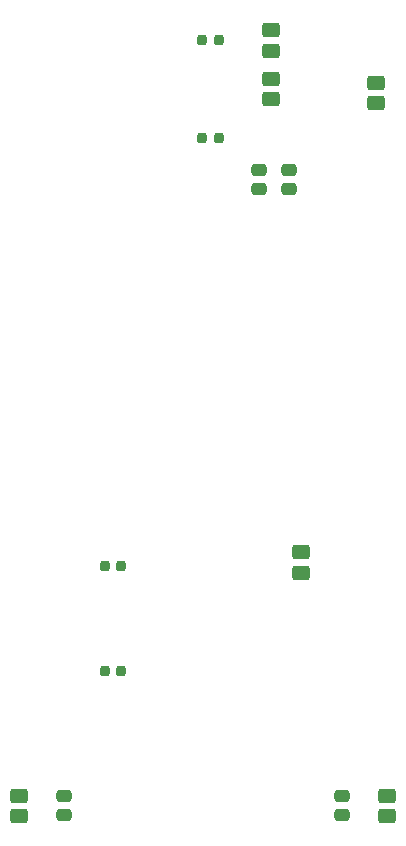
<source format=gbp>
%FSTAX43Y43*%
%MOMM*%
G71*
G01*
G75*
G04 Layer_Color=9634006*
G04:AMPARAMS|DCode=10|XSize=2.5mm|YSize=2mm|CornerRadius=0.5mm|HoleSize=0mm|Usage=FLASHONLY|Rotation=90.000|XOffset=0mm|YOffset=0mm|HoleType=Round|Shape=RoundedRectangle|*
%AMROUNDEDRECTD10*
21,1,2.500,1.000,0,0,90.0*
21,1,1.500,2.000,0,0,90.0*
1,1,1.000,0.500,0.750*
1,1,1.000,0.500,-0.750*
1,1,1.000,-0.500,-0.750*
1,1,1.000,-0.500,0.750*
%
%ADD10ROUNDEDRECTD10*%
%ADD11O,0.500X2.250*%
G04:AMPARAMS|DCode=12|XSize=1.3mm|YSize=1mm|CornerRadius=0.25mm|HoleSize=0mm|Usage=FLASHONLY|Rotation=0.000|XOffset=0mm|YOffset=0mm|HoleType=Round|Shape=RoundedRectangle|*
%AMROUNDEDRECTD12*
21,1,1.300,0.500,0,0,0.0*
21,1,0.800,1.000,0,0,0.0*
1,1,0.500,0.400,-0.250*
1,1,0.500,-0.400,-0.250*
1,1,0.500,-0.400,0.250*
1,1,0.500,0.400,0.250*
%
%ADD12ROUNDEDRECTD12*%
G04:AMPARAMS|DCode=13|XSize=1mm|YSize=2.8mm|CornerRadius=0.25mm|HoleSize=0mm|Usage=FLASHONLY|Rotation=270.000|XOffset=0mm|YOffset=0mm|HoleType=Round|Shape=RoundedRectangle|*
%AMROUNDEDRECTD13*
21,1,1.000,2.300,0,0,270.0*
21,1,0.500,2.800,0,0,270.0*
1,1,0.500,-1.150,-0.250*
1,1,0.500,-1.150,0.250*
1,1,0.500,1.150,0.250*
1,1,0.500,1.150,-0.250*
%
%ADD13ROUNDEDRECTD13*%
G04:AMPARAMS|DCode=14|XSize=0.9mm|YSize=2.7mm|CornerRadius=0.225mm|HoleSize=0mm|Usage=FLASHONLY|Rotation=270.000|XOffset=0mm|YOffset=0mm|HoleType=Round|Shape=RoundedRectangle|*
%AMROUNDEDRECTD14*
21,1,0.900,2.250,0,0,270.0*
21,1,0.450,2.700,0,0,270.0*
1,1,0.450,-1.125,-0.225*
1,1,0.450,-1.125,0.225*
1,1,0.450,1.125,0.225*
1,1,0.450,1.125,-0.225*
%
%ADD14ROUNDEDRECTD14*%
G04:AMPARAMS|DCode=15|XSize=1.5mm|YSize=1.25mm|CornerRadius=0.313mm|HoleSize=0mm|Usage=FLASHONLY|Rotation=180.000|XOffset=0mm|YOffset=0mm|HoleType=Round|Shape=RoundedRectangle|*
%AMROUNDEDRECTD15*
21,1,1.500,0.625,0,0,180.0*
21,1,0.875,1.250,0,0,180.0*
1,1,0.625,-0.438,0.313*
1,1,0.625,0.438,0.313*
1,1,0.625,0.438,-0.313*
1,1,0.625,-0.438,-0.313*
%
%ADD15ROUNDEDRECTD15*%
G04:AMPARAMS|DCode=16|XSize=1.9mm|YSize=0.5mm|CornerRadius=0.125mm|HoleSize=0mm|Usage=FLASHONLY|Rotation=0.000|XOffset=0mm|YOffset=0mm|HoleType=Round|Shape=RoundedRectangle|*
%AMROUNDEDRECTD16*
21,1,1.900,0.250,0,0,0.0*
21,1,1.650,0.500,0,0,0.0*
1,1,0.250,0.825,-0.125*
1,1,0.250,-0.825,-0.125*
1,1,0.250,-0.825,0.125*
1,1,0.250,0.825,0.125*
%
%ADD16ROUNDEDRECTD16*%
G04:AMPARAMS|DCode=17|XSize=1.9mm|YSize=0.5mm|CornerRadius=0.125mm|HoleSize=0mm|Usage=FLASHONLY|Rotation=90.000|XOffset=0mm|YOffset=0mm|HoleType=Round|Shape=RoundedRectangle|*
%AMROUNDEDRECTD17*
21,1,1.900,0.250,0,0,90.0*
21,1,1.650,0.500,0,0,90.0*
1,1,0.250,0.125,0.825*
1,1,0.250,0.125,-0.825*
1,1,0.250,-0.125,-0.825*
1,1,0.250,-0.125,0.825*
%
%ADD17ROUNDEDRECTD17*%
G04:AMPARAMS|DCode=18|XSize=1.3mm|YSize=1mm|CornerRadius=0.25mm|HoleSize=0mm|Usage=FLASHONLY|Rotation=90.000|XOffset=0mm|YOffset=0mm|HoleType=Round|Shape=RoundedRectangle|*
%AMROUNDEDRECTD18*
21,1,1.300,0.500,0,0,90.0*
21,1,0.800,1.000,0,0,90.0*
1,1,0.500,0.250,0.400*
1,1,0.500,0.250,-0.400*
1,1,0.500,-0.250,-0.400*
1,1,0.500,-0.250,0.400*
%
%ADD18ROUNDEDRECTD18*%
G04:AMPARAMS|DCode=19|XSize=2.65mm|YSize=1.75mm|CornerRadius=0.438mm|HoleSize=0mm|Usage=FLASHONLY|Rotation=270.000|XOffset=0mm|YOffset=0mm|HoleType=Round|Shape=RoundedRectangle|*
%AMROUNDEDRECTD19*
21,1,2.650,0.875,0,0,270.0*
21,1,1.775,1.750,0,0,270.0*
1,1,0.875,-0.438,-0.887*
1,1,0.875,-0.438,0.887*
1,1,0.875,0.438,0.887*
1,1,0.875,0.438,-0.887*
%
%ADD19ROUNDEDRECTD19*%
G04:AMPARAMS|DCode=20|XSize=1.5mm|YSize=1.3mm|CornerRadius=0.325mm|HoleSize=0mm|Usage=FLASHONLY|Rotation=0.000|XOffset=0mm|YOffset=0mm|HoleType=Round|Shape=RoundedRectangle|*
%AMROUNDEDRECTD20*
21,1,1.500,0.650,0,0,0.0*
21,1,0.850,1.300,0,0,0.0*
1,1,0.650,0.425,-0.325*
1,1,0.650,-0.425,-0.325*
1,1,0.650,-0.425,0.325*
1,1,0.650,0.425,0.325*
%
%ADD20ROUNDEDRECTD20*%
G04:AMPARAMS|DCode=21|XSize=1.5mm|YSize=1.3mm|CornerRadius=0.325mm|HoleSize=0mm|Usage=FLASHONLY|Rotation=270.000|XOffset=0mm|YOffset=0mm|HoleType=Round|Shape=RoundedRectangle|*
%AMROUNDEDRECTD21*
21,1,1.500,0.650,0,0,270.0*
21,1,0.850,1.300,0,0,270.0*
1,1,0.650,-0.325,-0.425*
1,1,0.650,-0.325,0.425*
1,1,0.650,0.325,0.425*
1,1,0.650,0.325,-0.425*
%
%ADD21ROUNDEDRECTD21*%
%ADD22C,1.000*%
%ADD23C,0.500*%
%ADD24C,0.300*%
%ADD25C,1.300*%
%ADD26C,1.600*%
%ADD27C,1.000*%
%ADD28C,1.100*%
%ADD29C,0.700*%
G04:AMPARAMS|DCode=30|XSize=0.9mm|YSize=0.8mm|CornerRadius=0.2mm|HoleSize=0mm|Usage=FLASHONLY|Rotation=270.000|XOffset=0mm|YOffset=0mm|HoleType=Round|Shape=RoundedRectangle|*
%AMROUNDEDRECTD30*
21,1,0.900,0.400,0,0,270.0*
21,1,0.500,0.800,0,0,270.0*
1,1,0.400,-0.200,-0.250*
1,1,0.400,-0.200,0.250*
1,1,0.400,0.200,0.250*
1,1,0.400,0.200,-0.250*
%
%ADD30ROUNDEDRECTD30*%
%ADD31C,0.178*%
%ADD32C,0.005*%
%ADD33C,0.254*%
%ADD34C,0.250*%
G04:AMPARAMS|DCode=35|XSize=2.703mm|YSize=2.203mm|CornerRadius=0.602mm|HoleSize=0mm|Usage=FLASHONLY|Rotation=90.000|XOffset=0mm|YOffset=0mm|HoleType=Round|Shape=RoundedRectangle|*
%AMROUNDEDRECTD35*
21,1,2.703,1.000,0,0,90.0*
21,1,1.500,2.203,0,0,90.0*
1,1,1.203,0.500,0.750*
1,1,1.203,0.500,-0.750*
1,1,1.203,-0.500,-0.750*
1,1,1.203,-0.500,0.750*
%
%ADD35ROUNDEDRECTD35*%
%ADD36O,0.703X2.453*%
G04:AMPARAMS|DCode=37|XSize=1.503mm|YSize=1.203mm|CornerRadius=0.352mm|HoleSize=0mm|Usage=FLASHONLY|Rotation=0.000|XOffset=0mm|YOffset=0mm|HoleType=Round|Shape=RoundedRectangle|*
%AMROUNDEDRECTD37*
21,1,1.503,0.500,0,0,0.0*
21,1,0.800,1.203,0,0,0.0*
1,1,0.703,0.400,-0.250*
1,1,0.703,-0.400,-0.250*
1,1,0.703,-0.400,0.250*
1,1,0.703,0.400,0.250*
%
%ADD37ROUNDEDRECTD37*%
G04:AMPARAMS|DCode=38|XSize=1.203mm|YSize=3.003mm|CornerRadius=0.352mm|HoleSize=0mm|Usage=FLASHONLY|Rotation=270.000|XOffset=0mm|YOffset=0mm|HoleType=Round|Shape=RoundedRectangle|*
%AMROUNDEDRECTD38*
21,1,1.203,2.300,0,0,270.0*
21,1,0.500,3.003,0,0,270.0*
1,1,0.703,-1.150,-0.250*
1,1,0.703,-1.150,0.250*
1,1,0.703,1.150,0.250*
1,1,0.703,1.150,-0.250*
%
%ADD38ROUNDEDRECTD38*%
G04:AMPARAMS|DCode=39|XSize=1.103mm|YSize=2.903mm|CornerRadius=0.327mm|HoleSize=0mm|Usage=FLASHONLY|Rotation=270.000|XOffset=0mm|YOffset=0mm|HoleType=Round|Shape=RoundedRectangle|*
%AMROUNDEDRECTD39*
21,1,1.103,2.250,0,0,270.0*
21,1,0.450,2.903,0,0,270.0*
1,1,0.653,-1.125,-0.225*
1,1,0.653,-1.125,0.225*
1,1,0.653,1.125,0.225*
1,1,0.653,1.125,-0.225*
%
%ADD39ROUNDEDRECTD39*%
G04:AMPARAMS|DCode=40|XSize=1.703mm|YSize=1.453mm|CornerRadius=0.414mm|HoleSize=0mm|Usage=FLASHONLY|Rotation=180.000|XOffset=0mm|YOffset=0mm|HoleType=Round|Shape=RoundedRectangle|*
%AMROUNDEDRECTD40*
21,1,1.703,0.625,0,0,180.0*
21,1,0.875,1.453,0,0,180.0*
1,1,0.828,-0.438,0.313*
1,1,0.828,0.438,0.313*
1,1,0.828,0.438,-0.313*
1,1,0.828,-0.438,-0.313*
%
%ADD40ROUNDEDRECTD40*%
G04:AMPARAMS|DCode=41|XSize=2.1mm|YSize=0.7mm|CornerRadius=0.225mm|HoleSize=0mm|Usage=FLASHONLY|Rotation=0.000|XOffset=0mm|YOffset=0mm|HoleType=Round|Shape=RoundedRectangle|*
%AMROUNDEDRECTD41*
21,1,2.100,0.250,0,0,0.0*
21,1,1.650,0.700,0,0,0.0*
1,1,0.450,0.825,-0.125*
1,1,0.450,-0.825,-0.125*
1,1,0.450,-0.825,0.125*
1,1,0.450,0.825,0.125*
%
%ADD41ROUNDEDRECTD41*%
G04:AMPARAMS|DCode=42|XSize=2.1mm|YSize=0.7mm|CornerRadius=0.225mm|HoleSize=0mm|Usage=FLASHONLY|Rotation=90.000|XOffset=0mm|YOffset=0mm|HoleType=Round|Shape=RoundedRectangle|*
%AMROUNDEDRECTD42*
21,1,2.100,0.250,0,0,90.0*
21,1,1.650,0.700,0,0,90.0*
1,1,0.450,0.125,0.825*
1,1,0.450,0.125,-0.825*
1,1,0.450,-0.125,-0.825*
1,1,0.450,-0.125,0.825*
%
%ADD42ROUNDEDRECTD42*%
G04:AMPARAMS|DCode=43|XSize=1.503mm|YSize=1.203mm|CornerRadius=0.352mm|HoleSize=0mm|Usage=FLASHONLY|Rotation=90.000|XOffset=0mm|YOffset=0mm|HoleType=Round|Shape=RoundedRectangle|*
%AMROUNDEDRECTD43*
21,1,1.503,0.500,0,0,90.0*
21,1,0.800,1.203,0,0,90.0*
1,1,0.703,0.250,0.400*
1,1,0.703,0.250,-0.400*
1,1,0.703,-0.250,-0.400*
1,1,0.703,-0.250,0.400*
%
%ADD43ROUNDEDRECTD43*%
G04:AMPARAMS|DCode=44|XSize=2.853mm|YSize=1.953mm|CornerRadius=0.539mm|HoleSize=0mm|Usage=FLASHONLY|Rotation=270.000|XOffset=0mm|YOffset=0mm|HoleType=Round|Shape=RoundedRectangle|*
%AMROUNDEDRECTD44*
21,1,2.853,0.875,0,0,270.0*
21,1,1.775,1.953,0,0,270.0*
1,1,1.078,-0.438,-0.887*
1,1,1.078,-0.438,0.887*
1,1,1.078,0.438,0.887*
1,1,1.078,0.438,-0.887*
%
%ADD44ROUNDEDRECTD44*%
G04:AMPARAMS|DCode=45|XSize=1.703mm|YSize=1.503mm|CornerRadius=0.427mm|HoleSize=0mm|Usage=FLASHONLY|Rotation=0.000|XOffset=0mm|YOffset=0mm|HoleType=Round|Shape=RoundedRectangle|*
%AMROUNDEDRECTD45*
21,1,1.703,0.650,0,0,0.0*
21,1,0.850,1.503,0,0,0.0*
1,1,0.853,0.425,-0.325*
1,1,0.853,-0.425,-0.325*
1,1,0.853,-0.425,0.325*
1,1,0.853,0.425,0.325*
%
%ADD45ROUNDEDRECTD45*%
G04:AMPARAMS|DCode=46|XSize=1.703mm|YSize=1.503mm|CornerRadius=0.427mm|HoleSize=0mm|Usage=FLASHONLY|Rotation=270.000|XOffset=0mm|YOffset=0mm|HoleType=Round|Shape=RoundedRectangle|*
%AMROUNDEDRECTD46*
21,1,1.703,0.650,0,0,270.0*
21,1,0.850,1.503,0,0,270.0*
1,1,0.853,-0.325,-0.425*
1,1,0.853,-0.325,0.425*
1,1,0.853,0.325,0.425*
1,1,0.853,0.325,-0.425*
%
%ADD46ROUNDEDRECTD46*%
%ADD47C,1.503*%
%ADD48C,1.800*%
%ADD49C,1.200*%
%ADD50C,1.500*%
%ADD51C,1.303*%
%ADD52C,0.903*%
G04:AMPARAMS|DCode=53|XSize=1.103mm|YSize=1.003mm|CornerRadius=0.302mm|HoleSize=0mm|Usage=FLASHONLY|Rotation=270.000|XOffset=0mm|YOffset=0mm|HoleType=Round|Shape=RoundedRectangle|*
%AMROUNDEDRECTD53*
21,1,1.103,0.400,0,0,270.0*
21,1,0.500,1.003,0,0,270.0*
1,1,0.603,-0.200,-0.250*
1,1,0.603,-0.200,0.250*
1,1,0.603,0.200,0.250*
1,1,0.603,0.200,-0.250*
%
%ADD53ROUNDEDRECTD53*%
D12*
X0091122Y0044873D02*
D03*
Y0046472D02*
D03*
X0114618Y0044873D02*
D03*
Y0046472D02*
D03*
X0107632Y0099543D02*
D03*
Y0097942D02*
D03*
X0110173Y0099543D02*
D03*
Y0097942D02*
D03*
D15*
X0087312Y0044798D02*
D03*
Y0046548D02*
D03*
X0118427Y0044798D02*
D03*
Y0046548D02*
D03*
X0111125Y0067185D02*
D03*
Y0065435D02*
D03*
X0108585Y0105488D02*
D03*
Y0107238D02*
D03*
Y0111365D02*
D03*
Y0109615D02*
D03*
X0117475Y010517D02*
D03*
Y010692D02*
D03*
D30*
X009455Y0057103D02*
D03*
X009595D02*
D03*
X009455Y0065993D02*
D03*
X009595D02*
D03*
X0102805Y011049D02*
D03*
X0104205D02*
D03*
X0102805Y0102235D02*
D03*
X0104205D02*
D03*
M02*

</source>
